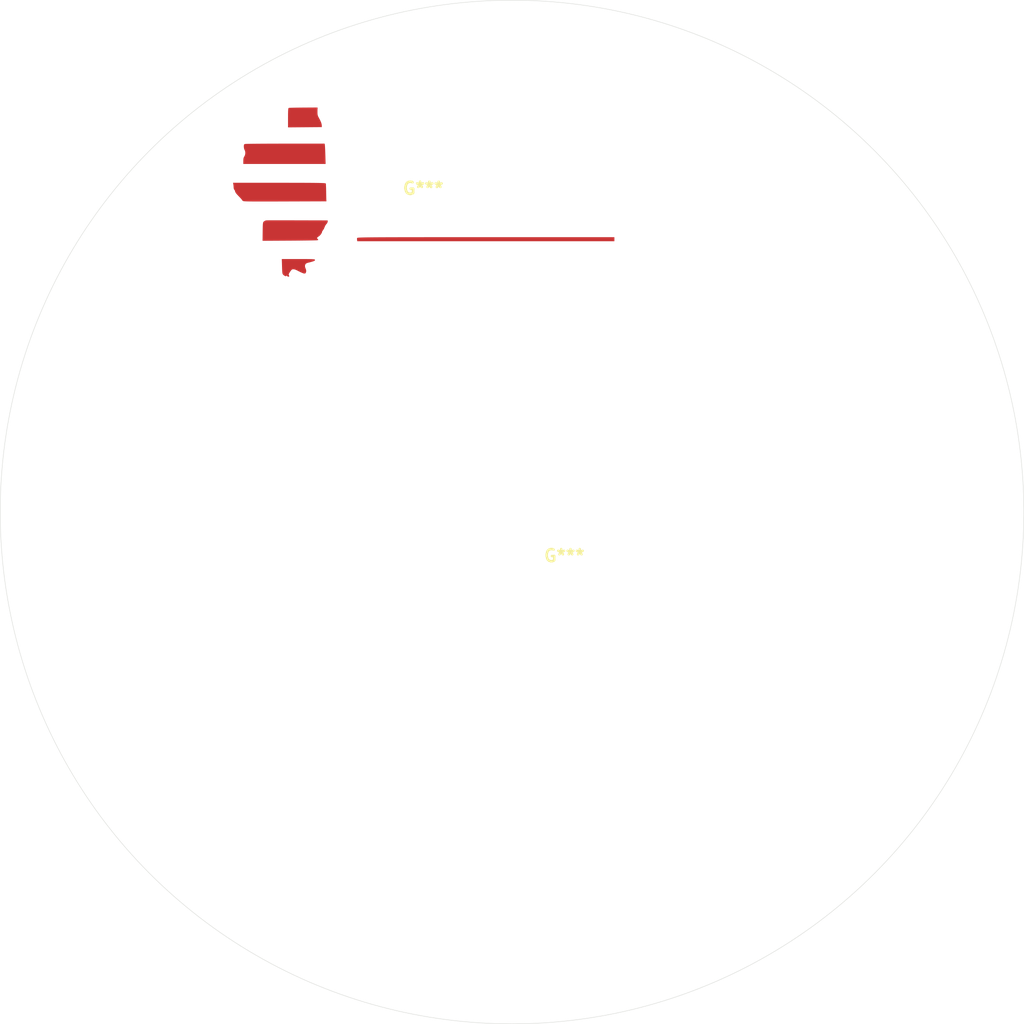
<source format=kicad_pcb>
(kicad_pcb (version 20201220) (generator pcbnew)
  (layers (0 "F.Cu" signal) (31 "B.Cu" signal) (34 "B.Paste" user) (35 "F.Paste" user) (36 "B.SilkS" user "B.Silkscreen") (37 "F.SilkS" user "F.Silkscreen") (38 "B.Mask" user) (39 "F.Mask" user) (44 "Edge.Cuts" user))
  (net 0 "")
  (footprint "art:lauren-red-2-inch" (layer "F.Cu") (at 101.75 28.75)
    (fp_text reference "G***" (at 0 0) (layer "F.SilkS") (effects (font (size 1.524 1.524) (thickness 0.3))))
    (fp_text value "LOGO" hide)
  )
  (footprint "art:lauren-red-2-inch-cu" (layer "F.Cu") (at 101.75 28.75)
    (fp_text reference "G***" (at 0 0) (layer "F.SilkS") (effects (font (size 1.524 1.524) (thickness 0.3))))
    (fp_text value "LOGO" hide)
    (fp_poly (pts (xy 23.876 6.604) (xy -8.240195 6.604) (xy -8.265925 6.461125) (xy -8.27712 6.294807) (xy -8.268672 6.207125) (xy -8.261899 6.195438) (xy -8.24353 6.184599) (xy -8.208968 6.174575) (xy -8.153617 6.165335) (xy -8.072882 6.156846) (xy -7.962165 6.149077) (xy -7.81687 6.141997) (xy -7.632401 6.135573) (xy -7.404162 6.129774) (xy -7.127556 6.124567) (xy -6.797988 6.119922) (xy -6.410861 6.115807) (xy -5.961578 6.112189) (xy -5.445544 6.109037) (xy -4.858162 6.106319) (xy -4.194836 6.104004) (xy -3.450969 6.10206) (xy -2.621966 6.100454) (xy -1.70323 6.099156) (xy -0.690164 6.098133) (xy 0.421827 6.097353) (xy 1.63734 6.096786) (xy 2.96097 6.096398) (xy 4.397316 6.09616) (xy 5.950971 6.096037) (xy 7.626534 6.096) (xy 23.876 6.096)) (layer "F.Cu") (width 0) (fill solid))
    (fp_poly (pts (xy -15.029686 8.826801) (xy -14.576332 8.828193) (xy -14.224396 8.831405) (xy -13.961087 8.837166) (xy -13.773615 8.846207) (xy -13.649188 8.859258) (xy -13.575016 8.877047) (xy -13.538309 8.900306) (xy -13.526275 8.929763) (xy -13.5255 8.944709) (xy -13.537136 8.996788) (xy -13.583656 9.043622) (xy -13.682476 9.091918) (xy -13.851015 9.148383) (xy -14.106691 9.219723) (xy -14.466921 9.312645) (xy -14.508019 9.323043) (xy -14.679846 9.422971) (xy -14.769439 9.596838) (xy -14.768041 9.814999) (xy -14.703907 9.98636) (xy -14.627657 10.2073) (xy -14.62502 10.419619) (xy -14.693483 10.582496) (xy -14.74333 10.626653) (xy -14.816403 10.646825) (xy -14.929211 10.630006) (xy -15.097739 10.570114) (xy -15.337974 10.461065) (xy -15.665901 10.296777) (xy -15.820146 10.216869) (xy -16.065852 10.122259) (xy -16.280995 10.100963) (xy -16.414929 10.145097) (xy -16.485118 10.221534) (xy -16.59444 10.365545) (xy -16.665182 10.466663) (xy -16.773708 10.642874) (xy -16.809884 10.758577) (xy -16.784217 10.849511) (xy -16.779866 10.856692) (xy -16.737851 10.964372) (xy -16.746571 11.010403) (xy -16.858491 11.047919) (xy -16.976162 10.986498) (xy -17.012914 10.937875) (xy -17.064194 10.880709) (xy -17.07957 10.906125) (xy -17.124039 10.977585) (xy -17.235909 10.965481) (xy -17.391248 10.874498) (xy -17.438985 10.835774) (xy -17.506647 10.773774) (xy -17.554713 10.708562) (xy -17.587357 10.617848) (xy -17.608748 10.479343) (xy -17.62306 10.270755) (xy -17.634464 9.969796) (xy -17.641024 9.756274) (xy -17.668996 8.8265) (xy -15.597248 8.8265)) (layer "F.Cu") (width 0) (fill solid))
    (fp_poly (pts (xy -13.214062 -9.627853) (xy -13.211861 -9.345464) (xy -13.184305 -9.143423) (xy -13.123459 -8.976277) (xy -13.088763 -8.910329) (xy -12.875737 -8.505346) (xy -12.740718 -8.1852) (xy -12.679068 -7.938296) (xy -12.674107 -7.874) (xy -12.66825 -7.65175) (xy -16.891 -7.618288) (xy -16.891 -8.818851) (xy -16.889001 -9.260787) (xy -16.88238 -9.589657) (xy -16.870208 -9.819342) (xy -16.851552 -9.963722) (xy -16.825482 -10.036679) (xy -16.808321 -10.05114) (xy -16.725271 -10.059782) (xy -16.532389 -10.068247) (xy -16.246844 -10.076149) (xy -15.885802 -10.083099) (xy -15.466431 -10.088708) (xy -15.0059 -10.092589) (xy -14.964345 -10.092833) (xy -13.20305 -10.102798)) (layer "F.Cu") (width 0) (fill solid))
    (fp_poly (pts (xy -16.968368 -0.698214) (xy -16.072349 -0.697287) (xy -15.289557 -0.695623) (xy -14.613107 -0.693123) (xy -14.036114 -0.689687) (xy -13.551693 -0.685217) (xy -13.152957 -0.679615) (xy -12.833022 -0.672783) (xy -12.585001 -0.664621) (xy -12.40201 -0.655031) (xy -12.277162 -0.643914) (xy -12.203573 -0.631172) (xy -12.174356 -0.616706) (xy -12.173664 -0.615307) (xy -12.161227 -0.524115) (xy -12.149237 -0.331636) (xy -12.138859 -0.06358) (xy -12.131261 0.254342) (xy -12.129732 0.353068) (xy -12.124567 0.692659) (xy -12.118846 1.001538) (xy -12.113193 1.249925) (xy -12.108229 1.408043) (xy -12.107238 1.42875) (xy -12.09675 1.61925) (xy -17.31523 1.635493) (xy -18.252083 1.638295) (xy -19.070042 1.640385) (xy -19.777211 1.641617) (xy -20.381696 1.641842) (xy -20.891602 1.640915) (xy -21.315032 1.638688) (xy -21.660091 1.635015) (xy -21.934885 1.629748) (xy -22.147518 1.622741) (xy -22.306094 1.613846) (xy -22.418719 1.602918) (xy -22.493497 1.589808) (xy -22.538533 1.57437) (xy -22.561931 1.556458) (xy -22.570518 1.540243) (xy -22.629609 1.449139) (xy -22.758362 1.295375) (xy -22.934845 1.10426) (xy -23.051164 0.985542) (xy -23.27488 0.747582) (xy -23.426035 0.555378) (xy -23.492806 0.424372) (xy -23.495 0.405943) (xy -23.537677 0.257533) (xy -23.591638 0.189348) (xy -23.659925 0.07187) (xy -23.685181 -0.088303) (xy -23.696183 -0.301394) (xy -23.722751 -0.492125) (xy -23.763415 -0.6985) (xy -17.984501 -0.6985)) (layer "F.Cu") (width 0) (fill solid))
    (fp_poly (pts (xy -12.292499 -5.445125) (xy -12.281197 -5.336756) (xy -12.267853 -5.125148) (xy -12.253644 -4.834022) (xy -12.239752 -4.487099) (xy -12.229348 -4.175125) (xy -12.195118 -3.048) (xy -22.479 -3.048) (xy -22.479 -3.43486) (xy -22.464694 -3.699103) (xy -22.415417 -3.8801) (xy -22.352 -3.983173) (xy -22.259739 -4.179173) (xy -22.226021 -4.422614) (xy -22.253181 -4.657212) (xy -22.318231 -4.797989) (xy -22.375842 -4.935846) (xy -22.409824 -5.135741) (xy -22.413481 -5.215469) (xy -22.405773 -5.401168) (xy -22.368699 -5.498181) (xy -22.286331 -5.544108) (xy -22.272625 -5.547977) (xy -22.187638 -5.554072) (xy -21.985705 -5.55989) (xy -21.676877 -5.565352) (xy -21.271209 -5.570381) (xy -20.778753 -5.574899) (xy -20.209563 -5.578828) (xy -19.573692 -5.58209) (xy -18.881192 -5.584607) (xy -18.142116 -5.5863) (xy -17.366519 -5.587093) (xy -17.225585 -5.587133) (xy -12.32142 -5.588001)) (layer "F.Cu") (width 0) (fill solid))
    (fp_poly (pts (xy -17.517652 3.988513) (xy -16.907915 3.989178) (xy -16.254123 3.990266) (xy -15.668625 3.991537) (xy -11.938 4.0005) (xy -11.938 4.159669) (xy -11.984977 4.31641) (xy -12.087797 4.449085) (xy -12.202974 4.593935) (xy -12.302914 4.791907) (xy -12.321935 4.84554) (xy -12.401445 5.039784) (xy -12.49571 5.196032) (xy -12.521388 5.225348) (xy -12.610144 5.345194) (xy -12.6365 5.42732) (xy -12.681634 5.572591) (xy -12.794489 5.749977) (xy -12.941245 5.915311) (xy -13.088085 6.024428) (xy -13.096875 6.028545) (xy -13.24004 6.12898) (xy -13.257721 6.244338) (xy -13.166323 6.358099) (xy -13.106262 6.421583) (xy -13.143972 6.45701) (xy -13.245698 6.480043) (xy -13.343558 6.487077) (xy -13.555774 6.494302) (xy -13.869705 6.501529) (xy -14.272706 6.508569) (xy -14.752136 6.515235) (xy -15.295352 6.521337) (xy -15.88971 6.526686) (xy -16.522569 6.531093) (xy -16.751019 6.53238) (xy -20.071787 6.549923) (xy -20.058348 5.403373) (xy -20.052697 4.993549) (xy -20.045269 4.691475) (xy -20.033826 4.477903) (xy -20.016127 4.333585) (xy -19.989932 4.23927) (xy -19.953002 4.175712) (xy -19.910205 4.130275) (xy -19.744416 4.031473) (xy -19.587375 3.99315) (xy -19.490799 3.991375) (xy -19.279073 3.989995) (xy -18.964046 3.989013) (xy -18.557567 3.988436) (xy -18.071486 3.988268)) (layer "F.Cu") (width 0) (fill solid))
  )
  (footprint "art:lauren-red-2-inch" (layer "F.Cu") (at 119.38 74.64)
    (fp_text reference "G***" (at 0 0) (layer "F.SilkS") (effects (font (size 1.524 1.524) (thickness 0.3))))
    (fp_text value "LOGO" hide)
  )
  (gr_circle (center 112.84 69.18) (end 176.1 78.45) (layer "Edge.Cuts") (width 0.05) (fill none))
)
</source>
